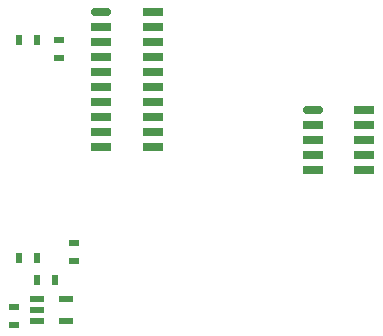
<source format=gtp>
G04 #@! TF.FileFunction,Paste,Top*
%FSLAX46Y46*%
G04 Gerber Fmt 4.6, Leading zero omitted, Abs format (unit mm)*
G04 Created by KiCad (PCBNEW 4.0.2-stable) date 4/28/2016 10:57:31 AM*
%MOMM*%
G01*
G04 APERTURE LIST*
%ADD10C,0.150000*%
%ADD11R,0.900000X0.500000*%
%ADD12R,0.500000X0.900000*%
%ADD13R,1.750000X0.760000*%
%ADD14O,1.750000X0.760000*%
%ADD15R,1.300000X0.550000*%
G04 APERTURE END LIST*
D10*
D11*
X123190000Y-117856000D03*
X123190000Y-119380000D03*
D12*
X126619000Y-115570000D03*
X125095000Y-115570000D03*
X123571000Y-113665000D03*
X125095000Y-113665000D03*
X123571000Y-95250000D03*
X125095000Y-95250000D03*
D13*
X134890000Y-104307000D03*
X130540000Y-104307000D03*
X134890000Y-103037000D03*
X130540000Y-103037000D03*
X134890000Y-101767000D03*
X130540000Y-101767000D03*
X134890000Y-100497000D03*
X130540000Y-100497000D03*
X134890000Y-99227000D03*
X130540000Y-99227000D03*
D14*
X130540000Y-92877000D03*
D13*
X134890000Y-92877000D03*
X130540000Y-94147000D03*
X134890000Y-94147000D03*
X130540000Y-95417000D03*
X134890000Y-95417000D03*
X130540000Y-96687000D03*
X134890000Y-96687000D03*
X130540000Y-97957000D03*
X134890000Y-97957000D03*
D14*
X148447000Y-101132000D03*
D13*
X152797000Y-101132000D03*
X148447000Y-102402000D03*
X152797000Y-102402000D03*
X148447000Y-103672000D03*
X152797000Y-103672000D03*
X148447000Y-104942000D03*
X152797000Y-104942000D03*
X148447000Y-106212000D03*
X152797000Y-106212000D03*
D11*
X128270000Y-113919000D03*
X128270000Y-112395000D03*
X127000000Y-96774000D03*
X127000000Y-95250000D03*
D15*
X125095000Y-117160000D03*
X125095000Y-118110000D03*
X125095000Y-119060000D03*
X127595000Y-119060000D03*
X127595000Y-117160000D03*
M02*

</source>
